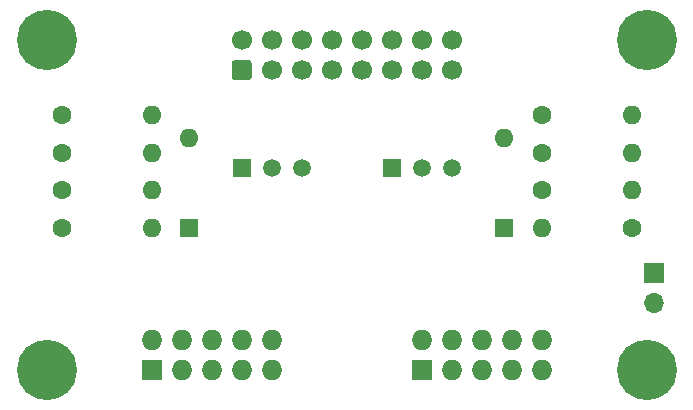
<source format=gbs>
G04 #@! TF.GenerationSoftware,KiCad,Pcbnew,(5.1.8)-1*
G04 #@! TF.CreationDate,2023-02-22T00:13:33+01:00*
G04 #@! TF.ProjectId,Gameport,47616d65-706f-4727-942e-6b696361645f,rev?*
G04 #@! TF.SameCoordinates,Original*
G04 #@! TF.FileFunction,Soldermask,Bot*
G04 #@! TF.FilePolarity,Negative*
%FSLAX46Y46*%
G04 Gerber Fmt 4.6, Leading zero omitted, Abs format (unit mm)*
G04 Created by KiCad (PCBNEW (5.1.8)-1) date 2023-02-22 00:13:33*
%MOMM*%
%LPD*%
G01*
G04 APERTURE LIST*
%ADD10O,1.727200X1.727200*%
%ADD11R,1.727200X1.727200*%
%ADD12C,5.100000*%
%ADD13R,1.700000X1.700000*%
%ADD14O,1.700000X1.700000*%
%ADD15C,1.700000*%
%ADD16R,1.600000X1.600000*%
%ADD17O,1.600000X1.600000*%
%ADD18C,1.500000*%
%ADD19R,1.500000X1.500000*%
%ADD20C,1.600000*%
G04 APERTURE END LIST*
D10*
X160655000Y-105410000D03*
X158115000Y-105410000D03*
X155575000Y-105410000D03*
X153035000Y-105410000D03*
X150495000Y-105410000D03*
X160655000Y-107950000D03*
X158115000Y-107950000D03*
X155575000Y-107950000D03*
X153035000Y-107950000D03*
D11*
X150495000Y-107950000D03*
X127635000Y-107950000D03*
D10*
X130175000Y-107950000D03*
X132715000Y-107950000D03*
X135255000Y-107950000D03*
X137795000Y-107950000D03*
X127635000Y-105410000D03*
X130175000Y-105410000D03*
X132715000Y-105410000D03*
X135255000Y-105410000D03*
X137795000Y-105410000D03*
D12*
X118745000Y-107950000D03*
X169545000Y-107950000D03*
X169545000Y-80010000D03*
X118745000Y-79995001D03*
D13*
X170180000Y-99695000D03*
D14*
X170180000Y-102235000D03*
G36*
G01*
X135855000Y-83400000D02*
X134655000Y-83400000D01*
G75*
G02*
X134405000Y-83150000I0J250000D01*
G01*
X134405000Y-81950000D01*
G75*
G02*
X134655000Y-81700000I250000J0D01*
G01*
X135855000Y-81700000D01*
G75*
G02*
X136105000Y-81950000I0J-250000D01*
G01*
X136105000Y-83150000D01*
G75*
G02*
X135855000Y-83400000I-250000J0D01*
G01*
G37*
D15*
X137795000Y-82550000D03*
X140335000Y-82550000D03*
X142875000Y-82550000D03*
X145415000Y-82550000D03*
X147955000Y-82550000D03*
X150495000Y-82550000D03*
X153035000Y-82550000D03*
X135255000Y-80010000D03*
X137795000Y-80010000D03*
X140335000Y-80010000D03*
X142875000Y-80010000D03*
X145415000Y-80010000D03*
X147955000Y-80010000D03*
X150495000Y-80010000D03*
X153035000Y-80010000D03*
D16*
X130810000Y-95885000D03*
D17*
X130810000Y-88265000D03*
X157480000Y-88265000D03*
D16*
X157480000Y-95885000D03*
D18*
X137795000Y-90805000D03*
X140335000Y-90805000D03*
D19*
X135255000Y-90805000D03*
X147955000Y-90805000D03*
D18*
X153035000Y-90805000D03*
X150495000Y-90805000D03*
D17*
X127635000Y-86360000D03*
D20*
X120015000Y-86360000D03*
D17*
X168275000Y-86360000D03*
D20*
X160655000Y-86360000D03*
X120015000Y-89535000D03*
D17*
X127635000Y-89535000D03*
D20*
X160655000Y-89535000D03*
D17*
X168275000Y-89535000D03*
D20*
X120015000Y-95885000D03*
D17*
X127635000Y-95885000D03*
D20*
X168275000Y-95885000D03*
D17*
X160655000Y-95885000D03*
X127635000Y-92710000D03*
D20*
X120015000Y-92710000D03*
D17*
X168275000Y-92710000D03*
D20*
X160655000Y-92710000D03*
M02*

</source>
